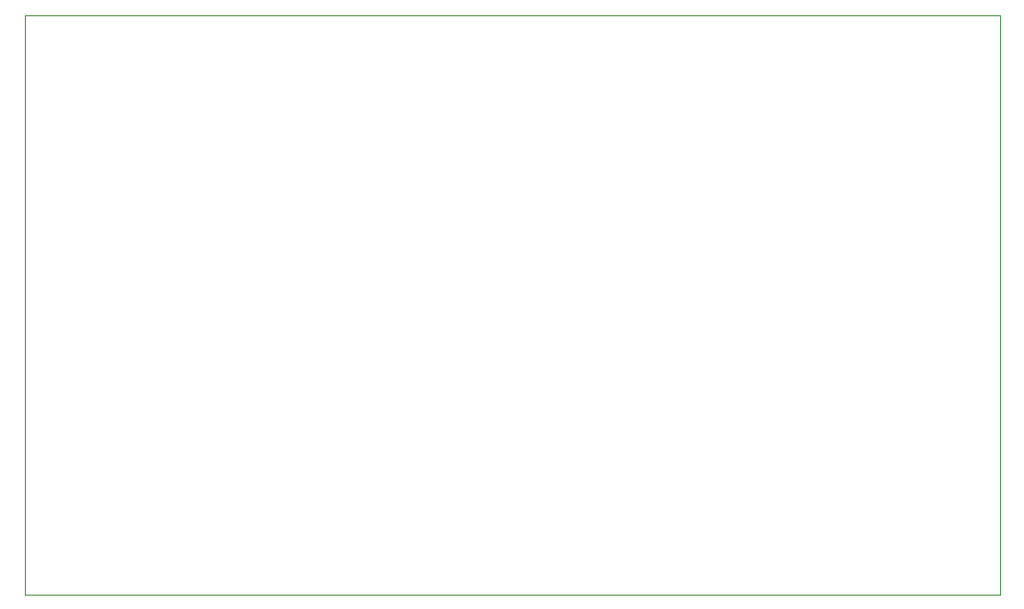
<source format=gbr>
%TF.GenerationSoftware,KiCad,Pcbnew,(5.1.9-0-10_14)*%
%TF.CreationDate,2021-05-25T00:06:21-04:00*%
%TF.ProjectId,sound,736f756e-642e-46b6-9963-61645f706362,rev?*%
%TF.SameCoordinates,Original*%
%TF.FileFunction,Profile,NP*%
%FSLAX46Y46*%
G04 Gerber Fmt 4.6, Leading zero omitted, Abs format (unit mm)*
G04 Created by KiCad (PCBNEW (5.1.9-0-10_14)) date 2021-05-25 00:06:21*
%MOMM*%
%LPD*%
G01*
G04 APERTURE LIST*
%TA.AperFunction,Profile*%
%ADD10C,0.050000*%
%TD*%
G04 APERTURE END LIST*
D10*
X208026000Y-118618000D02*
X208026000Y-122936000D01*
X121666000Y-118618000D02*
X121666000Y-122936000D01*
X121666000Y-71628000D02*
X203962000Y-71628000D01*
X121666000Y-118618000D02*
X121666000Y-71628000D01*
X208026000Y-122936000D02*
X121666000Y-122936000D01*
X208026000Y-71628000D02*
X208026000Y-118618000D01*
X203962000Y-71628000D02*
X208026000Y-71628000D01*
M02*

</source>
